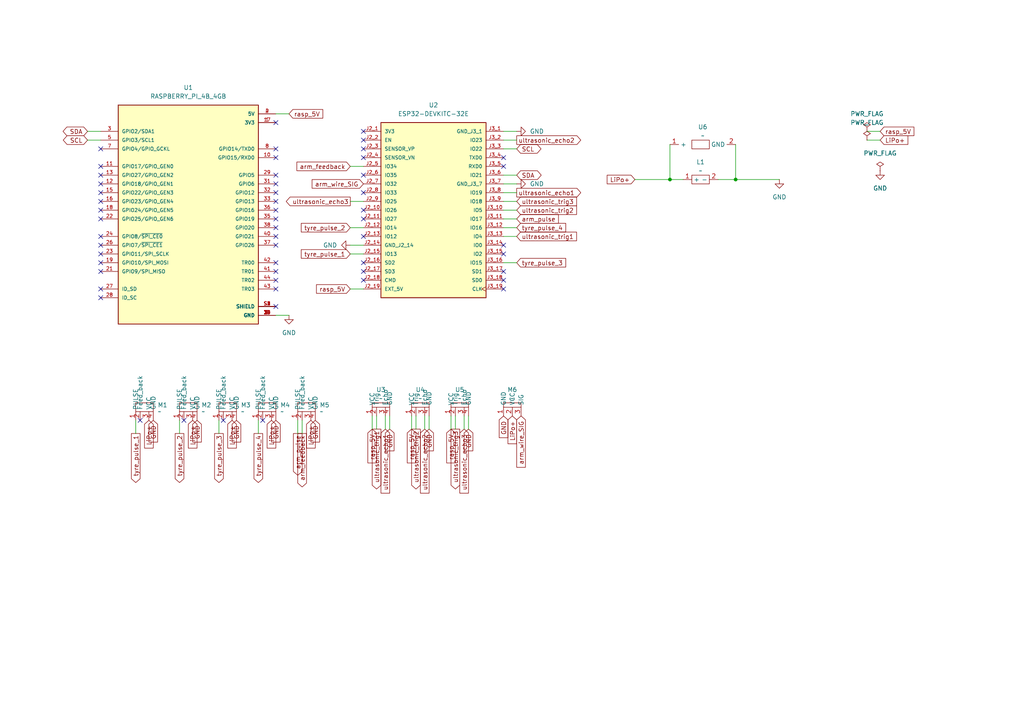
<source format=kicad_sch>
(kicad_sch (version 20250114) (generator "eeschema") (generator_version "9.0")
  (paper "A4")
  (lib_symbols
    (symbol "power:GND" (power) (pin_numbers (hide yes)) (pin_names (offset 0) (hide yes))
      (property "Value" "GND" (at 0 -3.81 0))
      (symbol "GND_0_1"
        (polyline (pts (xy 0 0) (xy 0 -1.27) (xy 1.27 -1.27) (xy 0 -2.54) (xy -1.27 -1.27) (xy 0 -1.27)))
      )
      (symbol "GND_1_1"
        (pin power_in line (at 0 0 270) (length 0) (name "~") (number "1"))
      )
    )
    (symbol "power:PWR_FLAG" (power) (pin_numbers (hide yes)) (pin_names (offset 0) (hide yes))
      (property "Value" "PWR_FLAG" (at 0 3.81 0))
      (symbol "PWR_FLAG_0_0"
        (pin power_out line (at 0 0 90) (length 0) (name "~") (number "1"))
      )
      (symbol "PWR_FLAG_0_1"
        (polyline (pts (xy 0 0) (xy 0 1.27) (xy -1.016 1.905) (xy 0 2.54) (xy 1.016 1.905) (xy 0 1.27)))
      )
    )
    (symbol "robo:ESP32-DEVKITC-32E" (pin_names (offset 1.016))
      (property "Reference" "U" (at -15.24 26.162 0))
      (property "Value" "ESP32-DEVKITC-32E" (at -15.24 -27.94 0))
      (symbol "ESP32-DEVKITC-32E_0_0"
        (rectangle (start -15.24 -25.4) (end 15.24 25.4) (stroke (width 0.254)) (fill (type background)))
        (pin power_in line (at -20.32 22.86 0) (length 5.08) (name "3V3") (number "J2_1"))
        (pin input line (at -20.32 20.32 0) (length 5.08) (name "EN") (number "J2_2"))
        (pin bidirectional line (at -20.32 17.78 0) (length 5.08) (name "SENSOR_VP") (number "J2_3"))
        (pin bidirectional line (at -20.32 15.24 0) (length 5.08) (name "SENSOR_VN") (number "J2_4"))
        (pin bidirectional line (at -20.32 12.7 0) (length 5.08) (name "IO34") (number "J2_5"))
        (pin bidirectional line (at -20.32 10.16 0) (length 5.08) (name "IO35") (number "J2_6"))
        (pin bidirectional line (at -20.32 7.62 0) (length 5.08) (name "IO32") (number "J2_7"))
        (pin bidirectional line (at -20.32 5.08 0) (length 5.08) (name "IO33") (number "J2_8"))
        (pin bidirectional line (at -20.32 2.54 0) (length 5.08) (name "IO25") (number "J2_9"))
        (pin bidirectional line (at -20.32 0 0) (length 5.08) (name "IO26") (number "J2_10"))
        (pin bidirectional line (at -20.32 -2.54 0) (length 5.08) (name "IO27") (number "J2_11"))
        (pin bidirectional line (at -20.32 -5.08 0) (length 5.08) (name "IO14") (number "J2_12"))
        (pin bidirectional line (at -20.32 -7.62 0) (length 5.08) (name "IO12") (number "J2_13"))
        (pin power_in line (at -20.32 -10.16 0) (length 5.08) (name "GND_J2_14") (number "J2_14"))
        (pin bidirectional line (at -20.32 -12.7 0) (length 5.08) (name "IO13") (number "J2_15"))
        (pin bidirectional line (at -20.32 -15.24 0) (length 5.08) (name "SD2") (number "J2_16"))
        (pin bidirectional line (at -20.32 -17.78 0) (length 5.08) (name "SD3") (number "J2_17"))
        (pin bidirectional line (at -20.32 -20.32 0) (length 5.08) (name "CMD") (number "J2_18"))
        (pin power_in line (at -20.32 -22.86 0) (length 5.08) (name "EXT_5V") (number "J2_19"))
        (pin power_in line (at 20.32 22.86 180) (length 5.08) (name "GND_J3_1") (number "J3_1"))
        (pin bidirectional line (at 20.32 20.32 180) (length 5.08) (name "IO23") (number "J3_2"))
        (pin bidirectional line (at 20.32 17.78 180) (length 5.08) (name "IO22") (number "J3_3"))
        (pin bidirectional line (at 20.32 15.24 180) (length 5.08) (name "TXD0") (number "J3_4"))
        (pin bidirectional line (at 20.32 12.7 180) (length 5.08) (name "RXD0") (number "J3_5"))
        (pin bidirectional line (at 20.32 10.16 180) (length 5.08) (name "IO21") (number "J3_6"))
        (pin power_in line (at 20.32 7.62 180) (length 5.08) (name "GND_J3_7") (number "J3_7"))
        (pin bidirectional line (at 20.32 5.08 180) (length 5.08) (name "IO19") (number "J3_8"))
        (pin bidirectional line (at 20.32 2.54 180) (length 5.08) (name "IO18") (number "J3_9"))
        (pin bidirectional line (at 20.32 0 180) (length 5.08) (name "IO5") (number "J3_10"))
        (pin bidirectional line (at 20.32 -2.54 180) (length 5.08) (name "IO17") (number "J3_11"))
        (pin bidirectional line (at 20.32 -5.08 180) (length 5.08) (name "IO16") (number "J3_12"))
        (pin bidirectional line (at 20.32 -7.62 180) (length 5.08) (name "IO4") (number "J3_13"))
        (pin bidirectional line (at 20.32 -10.16 180) (length 5.08) (name "IO0") (number "J3_14"))
        (pin bidirectional line (at 20.32 -12.7 180) (length 5.08) (name "IO2") (number "J3_15"))
        (pin bidirectional line (at 20.32 -15.24 180) (length 5.08) (name "IO15") (number "J3_16"))
        (pin bidirectional line (at 20.32 -17.78 180) (length 5.08) (name "SD1") (number "J3_17"))
        (pin bidirectional line (at 20.32 -20.32 180) (length 5.08) (name "SD0") (number "J3_18"))
        (pin bidirectional clock (at 20.32 -22.86 180) (length 5.08) (name "CLK") (number "J3_19"))
      )
    )
    (symbol "robo:LiPo_battery"
      (property "Reference" "L" (at 0 0 0))
      (symbol "LiPo_battery_0_1"
        (rectangle (start -2.54 1.27) (end 2.54 -1.27))
      )
      (symbol "LiPo_battery_1_1"
        (pin power_in line (at -5.08 0 0) (length 2.54) (name "+") (number "1"))
        (pin power_in line (at 5.08 0 180) (length 2.54) (name "-") (number "2"))
      )
    )
    (symbol "robo:RASPBERRY_PI_4B_4GB" (pin_names (offset 1.016))
      (property "Reference" "U" (at -20.32 33.528 0))
      (property "Value" "RASPBERRY_PI_4B_4GB" (at -20.32 -33.02 0))
      (symbol "RASPBERRY_PI_4B_4GB_0_0"
        (rectangle (start -20.32 -30.48) (end 20.32 33.02) (stroke (width 0.254)) (fill (type background)))
        (pin bidirectional line (at -25.4 25.4 0) (length 5.08) (name "GPIO2/SDA1") (number "3"))
        (pin bidirectional line (at -25.4 22.86 0) (length 5.08) (name "GPIO3/SCL1") (number "5"))
        (pin bidirectional line (at -25.4 20.32 0) (length 5.08) (name "GPIO4/GPIO_GCKL") (number "7"))
        (pin bidirectional line (at -25.4 15.24 0) (length 5.08) (name "GPIO17/GPIO_GEN0") (number "11"))
        (pin bidirectional line (at -25.4 12.7 0) (length 5.08) (name "GPIO27/GPIO_GEN2") (number "13"))
        (pin bidirectional line (at -25.4 10.16 0) (length 5.08) (name "GPIO18/GPIO_GEN1") (number "12"))
        (pin bidirectional line (at -25.4 7.62 0) (length 5.08) (name "GPIO22/GPIO_GEN3") (number "15"))
        (pin bidirectional line (at -25.4 5.08 0) (length 5.08) (name "GPIO23/GPIO_GEN4") (number "16"))
        (pin bidirectional line (at -25.4 2.54 0) (length 5.08) (name "GPIO24/GPIO_GEN5") (number "18"))
        (pin bidirectional line (at -25.4 0 0) (length 5.08) (name "GPIO25/GPIO_GEN6") (number "22"))
        (pin bidirectional line (at -25.4 -5.08 0) (length 5.08) (name "GPIO8/~{SPI_CE0}") (number "24"))
        (pin bidirectional line (at -25.4 -7.62 0) (length 5.08) (name "GPIO7/~{SPI_CE1}") (number "26"))
        (pin bidirectional line (at -25.4 -10.16 0) (length 5.08) (name "GPIO11/SPI_SCLK") (number "23"))
        (pin bidirectional line (at -25.4 -12.7 0) (length 5.08) (name "GPIO10/SPI_MOSI") (number "19"))
        (pin bidirectional line (at -25.4 -15.24 0) (length 5.08) (name "GPIO9/SPI_MISO") (number "21"))
        (pin bidirectional line (at -25.4 -20.32 0) (length 5.08) (name "ID_SD") (number "27"))
        (pin bidirectional line (at -25.4 -22.86 0) (length 5.08) (name "ID_SC") (number "28"))
        (pin power_in line (at 25.4 30.48 180) (length 5.08) (name "5V") (number "2"))
        (pin power_in line (at 25.4 30.48 180) (length 5.08) (name "5V") (number "4"))
        (pin power_in line (at 25.4 27.94 180) (length 5.08) (name "3V3") (number "1"))
        (pin power_in line (at 25.4 27.94 180) (length 5.08) (name "3V3") (number "17"))
        (pin bidirectional line (at 25.4 20.32 180) (length 5.08) (name "GPIO14/TXD0") (number "8"))
        (pin bidirectional line (at 25.4 17.78 180) (length 5.08) (name "GPIO15/RXD0") (number "10"))
        (pin bidirectional line (at 25.4 12.7 180) (length 5.08) (name "GPIO5") (number "29"))
        (pin bidirectional line (at 25.4 10.16 180) (length 5.08) (name "GPIO6") (number "31"))
        (pin bidirectional line (at 25.4 7.62 180) (length 5.08) (name "GPIO12") (number "32"))
        (pin bidirectional line (at 25.4 5.08 180) (length 5.08) (name "GPIO13") (number "33"))
        (pin bidirectional line (at 25.4 2.54 180) (length 5.08) (name "GPIO16") (number "36"))
        (pin bidirectional line (at 25.4 0 180) (length 5.08) (name "GPIO19") (number "35"))
        (pin bidirectional line (at 25.4 -2.54 180) (length 5.08) (name "GPIO20") (number "38"))
        (pin bidirectional line (at 25.4 -5.08 180) (length 5.08) (name "GPIO21") (number "40"))
        (pin bidirectional line (at 25.4 -7.62 180) (length 5.08) (name "GPIO26") (number "37"))
        (pin bidirectional line (at 25.4 -12.7 180) (length 5.08) (name "TR00") (number "42"))
        (pin bidirectional line (at 25.4 -15.24 180) (length 5.08) (name "TR01") (number "41"))
        (pin bidirectional line (at 25.4 -17.78 180) (length 5.08) (name "TR02") (number "44"))
        (pin bidirectional line (at 25.4 -20.32 180) (length 5.08) (name "TR03") (number "43"))
        (pin power_in line (at 25.4 -25.4 180) (length 5.08) (name "SHIELD") (number "S1"))
        (pin power_in line (at 25.4 -25.4 180) (length 5.08) (name "SHIELD") (number "S2"))
        (pin power_in line (at 25.4 -25.4 180) (length 5.08) (name "SHIELD") (number "S3"))
        (pin power_in line (at 25.4 -25.4 180) (length 5.08) (name "SHIELD") (number "S4"))
        (pin power_in line (at 25.4 -27.94 180) (length 5.08) (name "GND") (number "14"))
        (pin power_in line (at 25.4 -27.94 180) (length 5.08) (name "GND") (number "20"))
        (pin power_in line (at 25.4 -27.94 180) (length 5.08) (name "GND") (number "25"))
        (pin power_in line (at 25.4 -27.94 180) (length 5.08) (name "GND") (number "30"))
        (pin power_in line (at 25.4 -27.94 180) (length 5.08) (name "GND") (number "34"))
        (pin power_in line (at 25.4 -27.94 180) (length 5.08) (name "GND") (number "39"))
        (pin power_in line (at 25.4 -27.94 180) (length 5.08) (name "GND") (number "6"))
        (pin power_in line (at 25.4 -27.94 180) (length 5.08) (name "GND") (number "9"))
      )
    )
    (symbol "robo:arm_servo"
      (property "Reference" "M" (at 0 3.048 0))
      (symbol "arm_servo_0_1"
        (rectangle (start -2.54 3.81) (end 2.54 2.54))
      )
      (symbol "arm_servo_1_1"
        (pin input line (at -2.54 0 90) (length 2.54) (name "GND") (number "1"))
        (pin power_in line (at 0 0 90) (length 2.54) (name "VCC") (number "2"))
        (pin input line (at 2.54 0 90) (length 2.54) (name "SIG") (number "3"))
      )
    )
    (symbol "robo:servo_motor"
      (property "Reference" "M" (at 0 0 0))
      (symbol "servo_motor_0_1"
        (rectangle (start -2.54 1.27) (end 2.54 -1.27))
      )
      (symbol "servo_motor_1_1"
        (pin input line (at -2.54 -3.81 90) (length 2.54) (name "PULSE") (number "1"))
        (pin output line (at -1.27 -3.81 90) (length 2.54) (name "Feed_back") (number "2"))
        (pin power_in line (at 1.27 -3.81 90) (length 2.54) (name "VCC") (number "3"))
        (pin power_in line (at 2.54 -3.81 90) (length 2.54) (name "GND") (number "4"))
      )
    )
    (symbol "robo:ultrasonic_sensor"
      (property "Reference" "U" (at 0 0 0))
      (symbol "ultrasonic_sensor_0_1"
        (rectangle (start -2.54 1.27) (end 2.54 0))
      )
      (symbol "ultrasonic_sensor_1_1"
        (pin power_in line (at -2.54 -2.54 90) (length 2.54) (name "VCC") (number "1"))
        (pin input line (at -1.27 -2.54 90) (length 2.54) (name "Trig") (number "2"))
        (pin input line (at 1.27 -2.54 90) (length 2.54) (name "Echo") (number "3"))
        (pin input line (at 2.54 -2.54 90) (length 2.54) (name "GND") (number "4"))
      )
    )
    (symbol "robo:voltmeter"
      (property "Reference" "U" (at 0 0 0))
      (symbol "voltmeter_0_1"
        (rectangle (start -2.54 1.27) (end 2.54 -1.27))
      )
      (symbol "voltmeter_1_1"
        (pin power_in line (at -8.89 0 0) (length 2.54) (name "+") (number "1"))
        (pin power_in line (at 10.16 0 180) (length 2.54) (name "GND") (number "2"))
      )
    )
  )
  (junction (at 194.31 52.07))
  (junction (at 213.36 52.07))
  (no_connect (at 80.01 66.04))
  (no_connect (at 105.41 60.96))
  (no_connect (at 64.77 121.92))
  (no_connect (at 105.41 40.64))
  (no_connect (at 105.41 55.88))
  (no_connect (at 146.05 48.26))
  (no_connect (at 29.21 43.18))
  (no_connect (at 80.01 83.82))
  (no_connect (at 80.01 55.88))
  (no_connect (at 105.41 78.74))
  (no_connect (at 146.05 81.28))
  (no_connect (at 146.05 73.66))
  (no_connect (at 29.21 68.58))
  (no_connect (at 105.41 68.58))
  (no_connect (at 105.41 45.72))
  (no_connect (at 80.01 71.12))
  (no_connect (at 80.01 68.58))
  (no_connect (at 29.21 83.82))
  (no_connect (at 29.21 55.88))
  (no_connect (at 40.64 121.92))
  (no_connect (at 29.21 78.74))
  (no_connect (at 105.41 43.18))
  (no_connect (at 29.21 86.36))
  (no_connect (at 80.01 45.72))
  (no_connect (at 105.41 81.28))
  (no_connect (at 80.01 53.34))
  (no_connect (at 29.21 50.8))
  (no_connect (at 80.01 50.8))
  (no_connect (at 80.01 78.74))
  (no_connect (at 80.01 60.96))
  (no_connect (at 29.21 73.66))
  (no_connect (at 80.01 35.56))
  (no_connect (at 146.05 71.12))
  (no_connect (at 29.21 76.2))
  (no_connect (at 76.2 121.92))
  (no_connect (at 29.21 58.42))
  (no_connect (at 80.01 76.2))
  (no_connect (at 80.01 63.5))
  (no_connect (at 80.01 81.28))
  (no_connect (at 29.21 63.5))
  (no_connect (at 80.01 58.42))
  (no_connect (at 80.01 43.18))
  (no_connect (at 29.21 71.12))
  (no_connect (at 29.21 60.96))
  (no_connect (at 53.34 121.92))
  (no_connect (at 29.21 48.26))
  (no_connect (at 105.41 50.8))
  (no_connect (at 29.21 53.34))
  (no_connect (at 105.41 76.2))
  (no_connect (at 146.05 78.74))
  (no_connect (at 146.05 83.82))
  (no_connect (at 80.01 88.9))
  (no_connect (at 146.05 45.72))
  (no_connect (at 105.41 63.5))
  (no_connect (at 105.41 38.1))
  (wire (pts (xy 86.36 121.92) (xy 86.36 125.73)))
  (wire (pts (xy 109.22 120.65) (xy 109.22 124.46)))
  (wire (pts (xy 119.38 120.65) (xy 119.38 124.46)))
  (wire (pts (xy 101.6 66.04) (xy 105.41 66.04)))
  (wire (pts (xy 107.95 120.65) (xy 107.95 124.46)))
  (wire (pts (xy 213.36 52.07) (xy 226.06 52.07)))
  (wire (pts (xy 146.05 63.5) (xy 149.86 63.5)))
  (wire (pts (xy 120.65 120.65) (xy 120.65 124.46)))
  (wire (pts (xy 111.76 120.65) (xy 111.76 124.46)))
  (wire (pts (xy 213.36 41.91) (xy 213.36 52.07)))
  (wire (pts (xy 208.28 52.07) (xy 213.36 52.07)))
  (wire (pts (xy 146.05 60.96) (xy 149.86 60.96)))
  (wire (pts (xy 146.05 50.8) (xy 149.86 50.8)))
  (wire (pts (xy 113.03 120.65) (xy 113.03 124.46)))
  (wire (pts (xy 25.4 40.64) (xy 29.21 40.64)))
  (wire (pts (xy 80.01 33.02) (xy 83.82 33.02)))
  (wire (pts (xy 25.4 38.1) (xy 29.21 38.1)))
  (wire (pts (xy 101.6 83.82) (xy 105.41 83.82)))
  (wire (pts (xy 101.6 71.12) (xy 105.41 71.12)))
  (wire (pts (xy 87.63 121.92) (xy 87.63 125.73)))
  (wire (pts (xy 146.05 40.64) (xy 149.86 40.64)))
  (wire (pts (xy 255.27 40.64) (xy 251.46 40.64)))
  (wire (pts (xy 63.5 121.92) (xy 63.5 125.73)))
  (wire (pts (xy 146.05 55.88) (xy 149.86 55.88)))
  (wire (pts (xy 124.46 120.65) (xy 124.46 124.46)))
  (wire (pts (xy 146.05 43.18) (xy 149.86 43.18)))
  (wire (pts (xy 123.19 120.65) (xy 123.19 124.46)))
  (wire (pts (xy 251.46 38.1) (xy 255.27 38.1)))
  (wire (pts (xy 134.62 120.65) (xy 134.62 124.46)))
  (wire (pts (xy 146.05 58.42) (xy 149.86 58.42)))
  (wire (pts (xy 39.37 121.92) (xy 39.37 125.73)))
  (wire (pts (xy 80.01 91.44) (xy 83.82 91.44)))
  (wire (pts (xy 101.6 48.26) (xy 105.41 48.26)))
  (wire (pts (xy 194.31 41.91) (xy 194.31 52.07)))
  (wire (pts (xy 184.15 52.07) (xy 194.31 52.07)))
  (wire (pts (xy 135.89 120.65) (xy 135.89 124.46)))
  (wire (pts (xy 146.05 38.1) (xy 149.86 38.1)))
  (wire (pts (xy 74.93 121.92) (xy 74.93 125.73)))
  (wire (pts (xy 146.05 53.34) (xy 149.86 53.34)))
  (wire (pts (xy 146.05 68.58) (xy 149.86 68.58)))
  (wire (pts (xy 101.6 73.66) (xy 105.41 73.66)))
  (wire (pts (xy 101.6 58.42) (xy 105.41 58.42)))
  (wire (pts (xy 146.05 76.2) (xy 149.86 76.2)))
  (wire (pts (xy 146.05 66.04) (xy 149.86 66.04)))
  (wire (pts (xy 130.81 120.65) (xy 130.81 124.46)))
  (wire (pts (xy 194.31 52.07) (xy 198.12 52.07)))
  (wire (pts (xy 132.08 120.65) (xy 132.08 124.46)))
  (wire (pts (xy 52.07 121.92) (xy 52.07 125.73)))
  (global_label "tyre_pulse_4" (shape input) (at 149.86 66.04 0) (property "Intersheetrefs" "${INTERSHEET_REFS}" (effects (hide yes))))
  (global_label "tyre_pulse_3" (shape input) (at 149.86 76.2 0) (property "Intersheetrefs" "${INTERSHEET_REFS}" (effects (hide yes))))
  (global_label "GND" (shape input) (at 68.58 121.92 270) (property "Intersheetrefs" "${INTERSHEET_REFS}" (effects (hide yes))))
  (global_label "rasp_5V" (shape input) (at 130.81 124.46 270) (property "Intersheetrefs" "${INTERSHEET_REFS}" (effects (hide yes))))
  (global_label "LiPo+" (shape input) (at 67.31 121.92 270) (property "Intersheetrefs" "${INTERSHEET_REFS}" (effects (hide yes))))
  (global_label "LiPo+" (shape input) (at 148.59 120.65 270) (property "Intersheetrefs" "${INTERSHEET_REFS}" (effects (hide yes))))
  (global_label "GND" (shape input) (at 146.05 120.65 270) (property "Intersheetrefs" "${INTERSHEET_REFS}" (effects (hide yes))))
  (global_label "LiPo+" (shape input) (at 78.74 121.92 270) (property "Intersheetrefs" "${INTERSHEET_REFS}" (effects (hide yes))))
  (global_label "ultrasonic_echo2" (shape output) (at 149.86 40.64 0) (property "Intersheetrefs" "${INTERSHEET_REFS}" (effects (hide yes))))
  (global_label "LiPo+" (shape input) (at 55.88 121.92 270) (property "Intersheetrefs" "${INTERSHEET_REFS}" (effects (hide yes))))
  (global_label "ultrasonic_echo3" (shape output) (at 101.6 58.42 180) (property "Intersheetrefs" "${INTERSHEET_REFS}" (effects (hide yes))))
  (global_label "arm_pulse" (shape output) (at 86.36 125.73 270) (property "Intersheetrefs" "${INTERSHEET_REFS}" (effects (hide yes))))
  (global_label "arm_wire_SIG" (shape input) (at 105.41 53.34 180) (property "Intersheetrefs" "${INTERSHEET_REFS}" (effects (hide yes))))
  (global_label "arm_wire_SIG" (shape input) (at 151.13 120.65 270) (property "Intersheetrefs" "${INTERSHEET_REFS}" (effects (hide yes))))
  (global_label "rasp_5V" (shape input) (at 255.27 38.1 0) (property "Intersheetrefs" "${INTERSHEET_REFS}" (effects (hide yes))))
  (global_label "GND" (shape input) (at 57.15 121.92 270) (property "Intersheetrefs" "${INTERSHEET_REFS}" (effects (hide yes))))
  (global_label "GND" (shape input) (at 135.89 124.46 270) (property "Intersheetrefs" "${INTERSHEET_REFS}" (effects (hide yes))))
  (global_label "tyre_pulse_2" (shape output) (at 52.07 125.73 270) (property "Intersheetrefs" "${INTERSHEET_REFS}" (effects (hide yes))))
  (global_label "ultrasonic_echo1" (shape output) (at 149.86 55.88 0) (property "Intersheetrefs" "${INTERSHEET_REFS}" (effects (hide yes))))
  (global_label "LiPo+" (shape input) (at 90.17 121.92 270) (property "Intersheetrefs" "${INTERSHEET_REFS}" (effects (hide yes))))
  (global_label "rasp_5V" (shape input) (at 101.6 83.82 180) (property "Intersheetrefs" "${INTERSHEET_REFS}" (effects (hide yes))))
  (global_label "rasp_5V" (shape input) (at 83.82 33.02 0) (property "Intersheetrefs" "${INTERSHEET_REFS}" (effects (hide yes))))
  (global_label "tyre_pulse_1" (shape input) (at 101.6 73.66 180) (property "Intersheetrefs" "${INTERSHEET_REFS}" (effects (hide yes))))
  (global_label "tyre_pulse_1" (shape output) (at 39.37 125.73 270) (property "Intersheetrefs" "${INTERSHEET_REFS}" (effects (hide yes))))
  (global_label "arm_feedback" (shape output) (at 87.63 125.73 270) (property "Intersheetrefs" "${INTERSHEET_REFS}" (effects (hide yes))))
  (global_label "GND" (shape input) (at 124.46 124.46 270) (property "Intersheetrefs" "${INTERSHEET_REFS}" (effects (hide yes))))
  (global_label "ultrasonic_echo2" (shape input) (at 123.19 124.46 270) (property "Intersheetrefs" "${INTERSHEET_REFS}" (effects (hide yes))))
  (global_label "tyre_pulse_4" (shape output) (at 74.93 125.73 270) (property "Intersheetrefs" "${INTERSHEET_REFS}" (effects (hide yes))))
  (global_label "SCL" (shape bidirectional) (at 149.86 43.18 0) (property "Intersheetrefs" "${INTERSHEET_REFS}" (effects (hide yes))))
  (global_label "SDA" (shape bidirectional) (at 149.86 50.8 0) (property "Intersheetrefs" "${INTERSHEET_REFS}" (effects (hide yes))))
  (global_label "ultrasonic_echo1" (shape input) (at 111.76 124.46 270) (property "Intersheetrefs" "${INTERSHEET_REFS}" (effects (hide yes))))
  (global_label "GND" (shape input) (at 80.01 121.92 270) (property "Intersheetrefs" "${INTERSHEET_REFS}" (effects (hide yes))))
  (global_label "tyre_pulse_3" (shape output) (at 63.5 125.73 270) (property "Intersheetrefs" "${INTERSHEET_REFS}" (effects (hide yes))))
  (global_label "GND" (shape input) (at 91.44 121.92 270) (property "Intersheetrefs" "${INTERSHEET_REFS}" (effects (hide yes))))
  (global_label "SCL" (shape bidirectional) (at 25.4 40.64 180) (property "Intersheetrefs" "${INTERSHEET_REFS}" (effects (hide yes))))
  (global_label "rasp_5V" (shape input) (at 119.38 124.46 270) (property "Intersheetrefs" "${INTERSHEET_REFS}" (effects (hide yes))))
  (global_label "arm_pulse" (shape input) (at 149.86 63.5 0) (property "Intersheetrefs" "${INTERSHEET_REFS}" (effects (hide yes))))
  (global_label "ultrasonic_trig1" (shape output) (at 109.22 124.46 270) (property "Intersheetrefs" "${INTERSHEET_REFS}" (effects (hide yes))))
  (global_label "LiPo+" (shape input) (at 43.18 121.92 270) (property "Intersheetrefs" "${INTERSHEET_REFS}" (effects (hide yes))))
  (global_label "ultrasonic_echo3" (shape input) (at 134.62 124.46 270) (property "Intersheetrefs" "${INTERSHEET_REFS}" (effects (hide yes))))
  (global_label "LiPo+" (shape input) (at 184.15 52.07 180) (property "Intersheetrefs" "${INTERSHEET_REFS}" (effects (hide yes))))
  (global_label "ultrasonic_trig1" (shape input) (at 149.86 68.58 0) (property "Intersheetrefs" "${INTERSHEET_REFS}" (effects (hide yes))))
  (global_label "ultrasonic_trig2" (shape input) (at 149.86 60.96 0) (property "Intersheetrefs" "${INTERSHEET_REFS}" (effects (hide yes))))
  (global_label "LiPo+" (shape input) (at 255.27 40.64 0) (property "Intersheetrefs" "${INTERSHEET_REFS}" (effects (hide yes))))
  (global_label "arm_feedback" (shape input) (at 101.6 48.26 180) (property "Intersheetrefs" "${INTERSHEET_REFS}" (effects (hide yes))))
  (global_label "ultrasonic_trig3" (shape output) (at 132.08 124.46 270) (property "Intersheetrefs" "${INTERSHEET_REFS}" (effects (hide yes))))
  (global_label "tyre_pulse_2" (shape input) (at 101.6 66.04 180) (property "Intersheetrefs" "${INTERSHEET_REFS}" (effects (hide yes))))
  (global_label "ultrasonic_trig2" (shape output) (at 120.65 124.46 270) (property "Intersheetrefs" "${INTERSHEET_REFS}" (effects (hide yes))))
  (global_label "ultrasonic_trig3" (shape input) (at 149.86 58.42 0) (property "Intersheetrefs" "${INTERSHEET_REFS}" (effects (hide yes))))
  (global_label "SDA" (shape bidirectional) (at 25.4 38.1 180) (property "Intersheetrefs" "${INTERSHEET_REFS}" (effects (hide yes))))
  (global_label "GND" (shape input) (at 44.45 121.92 270) (property "Intersheetrefs" "${INTERSHEET_REFS}" (effects (hide yes))))
  (global_label "GND" (shape input) (at 113.03 124.46 270) (property "Intersheetrefs" "${INTERSHEET_REFS}" (effects (hide yes))))
  (global_label "rasp_5V" (shape input) (at 107.95 124.46 270) (property "Intersheetrefs" "${INTERSHEET_REFS}" (effects (hide yes))))
  (symbol (lib_id "power:PWR_FLAG") (at 251.46 38.1 0) (unit 1)
    (property "Reference" "#FLG1" (effects (hide yes)))
    (property "Value" "PWR_FLAG" (at 251.46 33.02 0))
    (property "Description" "Special symbol for telling ERC where power comes from" (effects (hide yes)))
  )
  (symbol (lib_id "robo:RASPBERRY_PI_4B_4GB") (at 54.61 63.5 0) (unit 1)
    (property "Reference" "U1" (at 54.61 25.4 0))
    (property "Value" "RASPBERRY_PI_4B_4GB" (at 54.61 27.94 0))
    (property "Footprint" "robo:raspberrypi5 small" (effects (hide yes)))
    (property "MF" "Raspberry Pi" (effects (hide yes)))
    (property "MAXIMUM_PACKAGE_HEIGHT" "16 mm" (effects (hide yes)))
    (property "Package" "None" (effects (hide yes)))
    (property "Price" "None" (effects (hide yes)))
    (property "Check_prices" "https://www.snapeda.com/parts/RASPBERRY%20PI%204B/4GB/Raspberry+Pi/view-part/?ref=eda" (effects (hide yes)))
    (property "STANDARD" "Manufacturer Recommendations" (effects (hide yes)))
    (property "PARTREV" "4" (effects (hide yes)))
    (property "SnapEDA_Link" "https://www.snapeda.com/parts/RASPBERRY%20PI%204B/4GB/Raspberry+Pi/view-part/?ref=snap" (effects (hide yes)))
    (property "MP" "RASPBERRY PI 4B/4GB" (effects (hide yes)))
    (property "Description_1" "\n                        \n                            BCM2711 Raspberry Pi 4 Model B 4GB - ARM® Cortex®-A72 MPU Embedded Evaluation Board\n                        \n" (effects (hide yes)))
    (property "MANUFACTURER" "Raspberry Pi" (effects (hide yes)))
    (property "Availability" "In Stock" (effects (hide yes)))
    (property "SNAPEDA_PN" "RASPBERRY PI 4B/4GB" (effects (hide yes)))
  )
  (symbol (lib_id "robo:ultrasonic_sensor") (at 133.35 118.11 0) (unit 1)
    (property "Reference" "U5" (at 133.35 113.03 0))
    (property "Value" "~" (at 133.35 115.57 0))
    (property "Footprint" "robo:ultrasonic" (effects (hide yes)))
  )
  (symbol (lib_id "power:PWR_FLAG") (at 255.27 49.53 0) (unit 1)
    (property "Reference" "#FLG03" (effects (hide yes)))
    (property "Value" "PWR_FLAG" (at 255.27 44.45 0))
    (property "Description" "Special symbol for telling ERC where power comes from" (effects (hide yes)))
  )
  (symbol (lib_id "power:GND") (at 255.27 49.53 0) (unit 1)
    (property "Reference" "#PWR06" (effects (hide yes)))
    (property "Value" "GND" (at 255.27 54.61 0))
    (property "Description" "Power symbol creates a global label with name \"GND\" , ground" (effects (hide yes)))
  )
  (symbol (lib_id "robo:servo_motor") (at 54.61 118.11 0) (unit 1)
    (property "Reference" "M2" (at 58.42 117.4749 0) (effects (justify left)))
    (property "Value" "~" (at 58.42 119.38 0) (effects (justify left)))
    (property "Footprint" "robo:servo_motor_4" (effects (hide yes)))
  )
  (symbol (lib_id "robo:LiPo_battery") (at 203.2 52.07 0) (unit 1)
    (property "Reference" "L1" (at 203.2 46.99 0))
    (property "Value" "~" (at 203.2 49.53 0))
    (property "Footprint" "robo:LiPo" (effects (hide yes)))
  )
  (symbol (lib_id "robo:ESP32-DEVKITC-32E") (at 125.73 60.96 0) (unit 1)
    (property "Reference" "U2" (at 125.73 30.48 0))
    (property "Value" "ESP32-DEVKITC-32E" (at 125.73 33.02 0))
    (property "Footprint" "robo:MODULE_ESP32-DEVKITC-32E" (effects (hide yes)))
    (property "MF" "Espressif Systems" (effects (hide yes)))
    (property "Description_1" "\n- ESP32-WROOM-32E Transceiver; 802.11 b/g/n (Wi-Fi, WiFi, WLAN), Bluetooth® Smart Ready 4.x Dual Mode 2.4GHz Evaluation Board\n" (effects (hide yes)))
    (property "Package" "None" (effects (hide yes)))
    (property "Price" "None" (effects (hide yes)))
    (property "Check_prices" "https://www.snapeda.com/parts/ESP32-DEVKITC-32E/Espressif+Systems/view-part/?ref=eda" (effects (hide yes)))
    (property "STANDARD" "Manufacturer Recommendations" (effects (hide yes)))
    (property "PARTREV" "1.4" (effects (hide yes)))
    (property "SnapEDA_Link" "https://www.snapeda.com/parts/ESP32-DEVKITC-32E/Espressif+Systems/view-part/?ref=snap" (effects (hide yes)))
    (property "MP" "ESP32-DEVKITC-32E" (effects (hide yes)))
    (property "Availability" "In Stock" (effects (hide yes)))
    (property "MANUFACTURER" "Espressif Systems" (effects (hide yes)))
  )
  (symbol (lib_id "robo:servo_motor") (at 66.04 118.11 0) (unit 1)
    (property "Reference" "M3" (at 69.85 117.4749 0) (effects (justify left)))
    (property "Value" "~" (at 69.85 119.38 0) (effects (justify left)))
    (property "Footprint" "robo:servo_motor_4" (effects (hide yes)))
  )
  (symbol (lib_id "robo:ultrasonic_sensor") (at 110.49 118.11 0) (unit 1)
    (property "Reference" "U3" (at 110.49 113.03 0))
    (property "Value" "~" (at 110.49 115.57 0))
    (property "Footprint" "robo:ultrasonic" (effects (hide yes)))
  )
  (symbol (lib_id "power:PWR_FLAG") (at 251.46 40.64 0) (unit 1)
    (property "Reference" "#FLG2" (effects (hide yes)))
    (property "Value" "PWR_FLAG" (at 251.46 35.56 0))
    (property "Description" "Special symbol for telling ERC where power comes from" (effects (hide yes)))
  )
  (symbol (lib_id "robo:arm_servo") (at 148.59 120.65 0) (unit 1)
    (property "Reference" "M6" (at 148.59 113.03 0))
    (property "Value" "~" (at 148.59 115.57 0))
    (property "Footprint" "robo:servo_motor_3" (effects (hide yes)))
  )
  (symbol (lib_id "robo:servo_motor") (at 77.47 118.11 0) (unit 1)
    (property "Reference" "M4" (at 81.28 117.4749 0) (effects (justify left)))
    (property "Value" "~" (at 81.28 119.38 0) (effects (justify left)))
    (property "Footprint" "robo:servo_motor_4" (effects (hide yes)))
  )
  (symbol (lib_id "robo:servo_motor") (at 88.9 118.11 0) (unit 1)
    (property "Reference" "M5" (at 92.71 117.4749 0) (effects (justify left)))
    (property "Value" "~" (at 92.71 119.38 0) (effects (justify left)))
    (property "Footprint" "robo:servo_motor_4" (effects (hide yes)))
  )
  (symbol (lib_id "robo:voltmeter") (at 203.2 41.91 0) (unit 1)
    (property "Reference" "U6" (at 203.835 36.83 0))
    (property "Value" "~" (at 203.835 39.37 0))
  )
  (symbol (lib_id "power:GND") (at 83.82 91.44 0) (unit 1)
    (property "Reference" "#PWR05" (effects (hide yes)))
    (property "Value" "GND" (at 83.82 96.52 0))
    (property "Description" "Power symbol creates a global label with name \"GND\" , ground" (effects (hide yes)))
  )
  (symbol (lib_id "power:GND") (at 149.86 53.34 90) (unit 1)
    (property "Reference" "#PWR04" (effects (hide yes)))
    (property "Value" "GND" (at 153.67 53.3399 90) (effects (justify right)))
    (property "Description" "Power symbol creates a global label with name \"GND\" , ground" (effects (hide yes)))
  )
  (symbol (lib_id "power:GND") (at 101.6 71.12 270) (unit 1)
    (property "Reference" "#PWR02" (effects (hide yes)))
    (property "Value" "GND" (at 97.79 71.1199 90) (effects (justify right)))
    (property "Description" "Power symbol creates a global label with name \"GND\" , ground" (effects (hide yes)))
  )
  (symbol (lib_id "power:GND") (at 149.86 38.1 90) (unit 1)
    (property "Reference" "#PWR03" (effects (hide yes)))
    (property "Value" "GND" (at 153.67 38.0999 90) (effects (justify right)))
    (property "Description" "Power symbol creates a global label with name \"GND\" , ground" (effects (hide yes)))
  )
  (symbol (lib_id "robo:servo_motor") (at 41.91 118.11 0) (unit 1)
    (property "Reference" "M1" (at 45.72 117.4749 0) (effects (justify left)))
    (property "Value" "~" (at 45.72 119.38 0) (effects (justify left)))
    (property "Footprint" "robo:servo_motor_4" (effects (hide yes)))
  )
  (symbol (lib_id "power:GND") (at 226.06 52.07 0) (unit 1)
    (property "Reference" "#PWR01" (effects (hide yes)))
    (property "Value" "GND" (at 226.06 57.15 0))
    (property "Description" "Power symbol creates a global label with name \"GND\" , ground" (effects (hide yes)))
  )
  (symbol (lib_id "robo:ultrasonic_sensor") (at 121.92 118.11 0) (unit 1)
    (property "Reference" "U4" (at 121.92 113.03 0))
    (property "Value" "~" (at 121.92 115.57 0))
    (property "Footprint" "robo:ultrasonic" (effects (hide yes)))
  )
)
</source>
